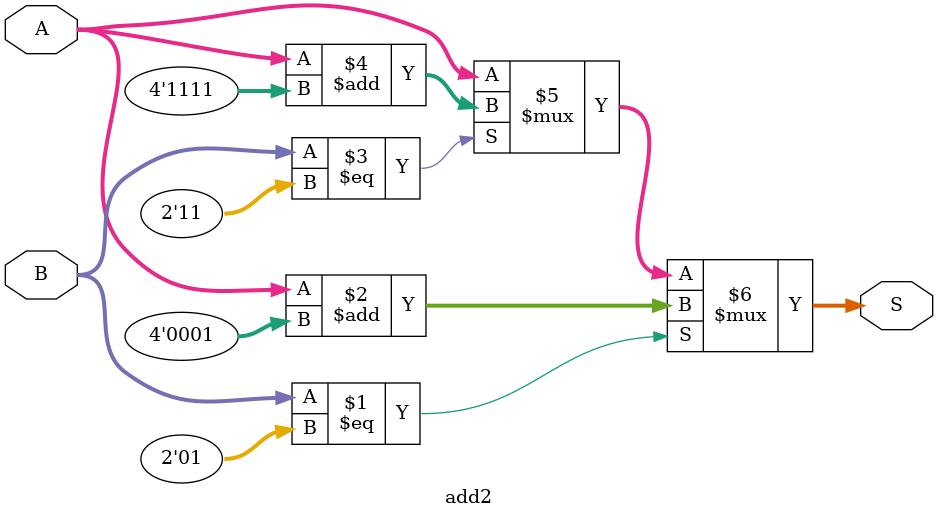
<source format=v>
module add2(A, B, S);
    input   [3:0] A;
    input   [1:0] B;
    output  [3:0] S;

    assign S =  (B == 2'b01) ? A + 4'b0001 :
                (B == 2'b11) ? A + 4'b1111 : 
                A;
endmodule
</source>
